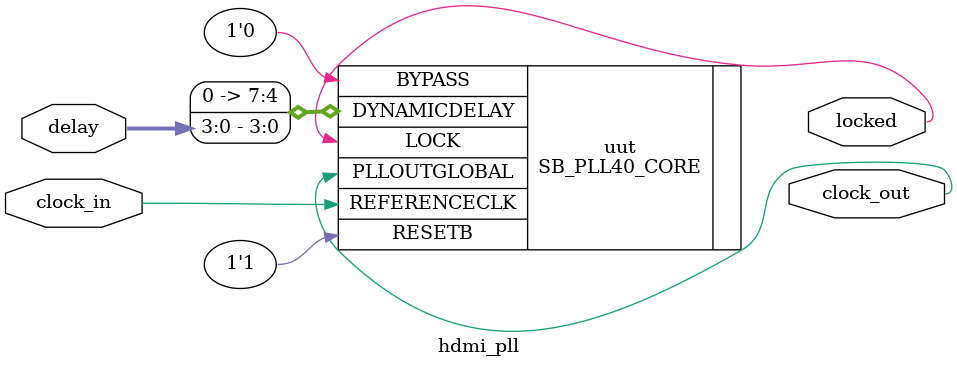
<source format=v>
/**
 * PLL configuration
 *
 * This Verilog module was generated automatically
 * using the icepll tool from the IceStorm project.
 * Use at your own risk.
 *
 * Given input frequency:        25.000 MHz
 * Requested output frequency:  125.000 MHz
 * Achieved output frequency:   125.000 MHz
 */

module hdmi_pll(
	input  clock_in,
	output clock_out,
	output locked,
	input [3:0] delay
	);

SB_PLL40_CORE #(
		.FEEDBACK_PATH("SIMPLE"),
		.DIVR(4'b0000),		// DIVR =  0
		.DIVF(7'b0100111),	// DIVF = 39
		.DIVQ(3'b011),		// DIVQ =  3
		.FILTER_RANGE(3'b010),	// FILTER_RANGE = 2
		//.DELAY_ADJUSTMENT_MODE_FEEDBACK("DYNAMIC")
		.DELAY_ADJUSTMENT_MODE_FEEDBACK("FIXED"),
		.FDA_RELATIVE(0) // 3 sometimes works?
	) uut (
		.LOCK(locked),
		.RESETB(1'b1),
		.BYPASS(1'b0),
		.REFERENCECLK(clock_in),
		.PLLOUTGLOBAL(clock_out),
		.DYNAMICDELAY({4'b0000, delay})
		);

endmodule

</source>
